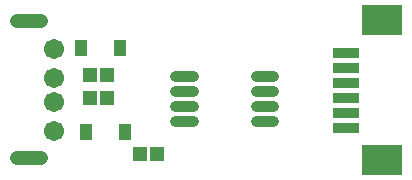
<source format=gts>
G04 ---------------------------- Layer name :TOP SOLDER LAYER*
G04 EasyEDA v5.7.26, Mon, 24 Sep 2018 03:33:45 GMT*
G04 f2589365b48f4548adba9131c7c0e0b5*
G04 Gerber Generator version 0.2*
G04 Scale: 100 percent, Rotated: No, Reflected: No *
G04 Dimensions in millimeters *
G04 leading zeros omitted , absolute positions ,3 integer and 3 decimal *
%FSLAX33Y33*%
%MOMM*%
G90*
G71D02*

%ADD13C,0.903199*%
%ADD15R,1.203198X1.303198*%
%ADD16R,1.112520X1.422400*%
%ADD17R,2.203196X0.903224*%
%ADD18R,3.403194X2.603246*%
%ADD19C,1.703197*%
%ADD20C,1.203198*%

%LPD*%
G54D13*
G01X22420Y4399D02*
G01X23921Y4399D01*
G01X22420Y5669D02*
G01X23921Y5669D01*
G01X22420Y6939D02*
G01X23921Y6939D01*
G01X22420Y8209D02*
G01X23921Y8209D01*
G01X15621Y4399D02*
G01X17122Y4399D01*
G01X15621Y5669D02*
G01X17122Y5669D01*
G01X15621Y6939D02*
G01X17122Y6939D01*
G01X15621Y8209D02*
G01X17122Y8209D01*
G54D20*
G01X4209Y1209D02*
G01X2209Y1209D01*
G01X4209Y12867D02*
G01X2209Y12867D01*
G54D15*
G01X14039Y1581D03*
G01X12640Y1581D03*
G54D16*
G01X7673Y10599D03*
G01X10924Y10599D03*
G01X8097Y3489D03*
G01X11348Y3489D03*
G54D17*
G01X30068Y6331D03*
G01X30069Y5083D03*
G01X30071Y10120D03*
G01X30071Y8871D03*
G54D18*
G01X33160Y1052D03*
G01X33159Y12963D03*
G54D17*
G01X30069Y7579D03*
G01X30067Y3829D03*
G54D15*
G01X8400Y8300D03*
G01X9800Y8300D03*
G01X8403Y6299D03*
G01X9803Y6299D03*
G54D19*
G01X5360Y8001D03*
G01X5360Y5999D03*
G01X5360Y10500D03*
G01X5360Y3500D03*
M00*
M02*

</source>
